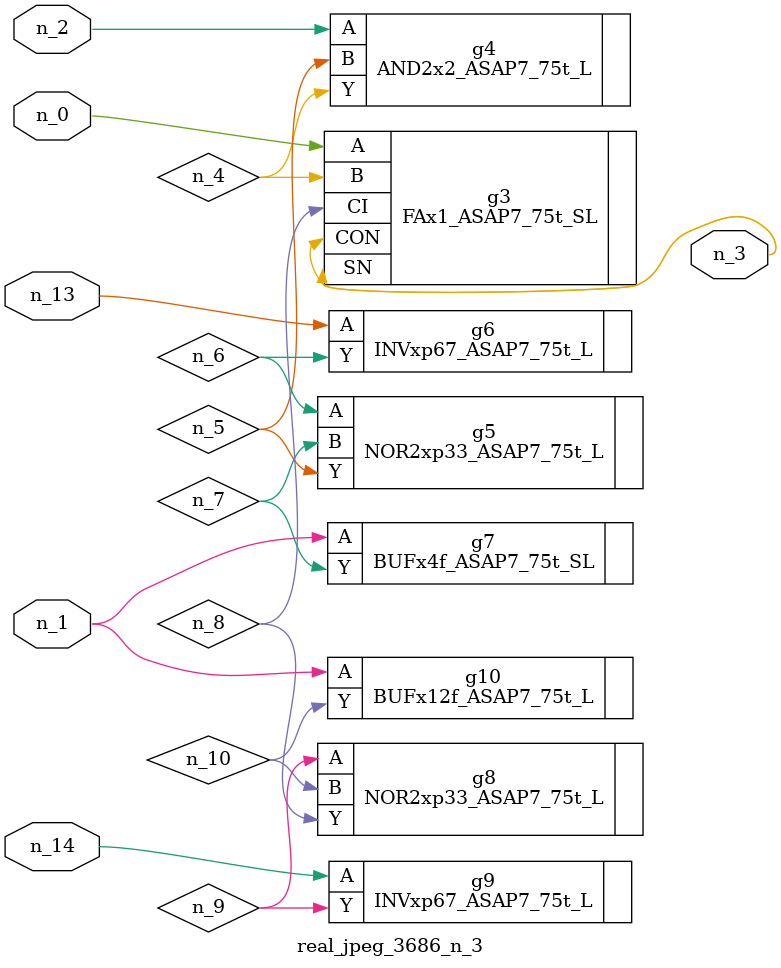
<source format=v>
module real_jpeg_3686_n_3 (n_0, n_1, n_14, n_2, n_13, n_3);

input n_0;
input n_1;
input n_14;
input n_2;
input n_13;

output n_3;

wire n_5;
wire n_8;
wire n_4;
wire n_6;
wire n_7;
wire n_10;
wire n_9;

FAx1_ASAP7_75t_SL g3 ( 
.A(n_0),
.B(n_4),
.CI(n_8),
.CON(n_3),
.SN(n_3)
);

BUFx4f_ASAP7_75t_SL g7 ( 
.A(n_1),
.Y(n_7)
);

BUFx12f_ASAP7_75t_L g10 ( 
.A(n_1),
.Y(n_10)
);

AND2x2_ASAP7_75t_L g4 ( 
.A(n_2),
.B(n_5),
.Y(n_4)
);

NOR2xp33_ASAP7_75t_L g5 ( 
.A(n_6),
.B(n_7),
.Y(n_5)
);

NOR2xp33_ASAP7_75t_L g8 ( 
.A(n_9),
.B(n_10),
.Y(n_8)
);

INVxp67_ASAP7_75t_L g6 ( 
.A(n_13),
.Y(n_6)
);

INVxp67_ASAP7_75t_L g9 ( 
.A(n_14),
.Y(n_9)
);


endmodule
</source>
